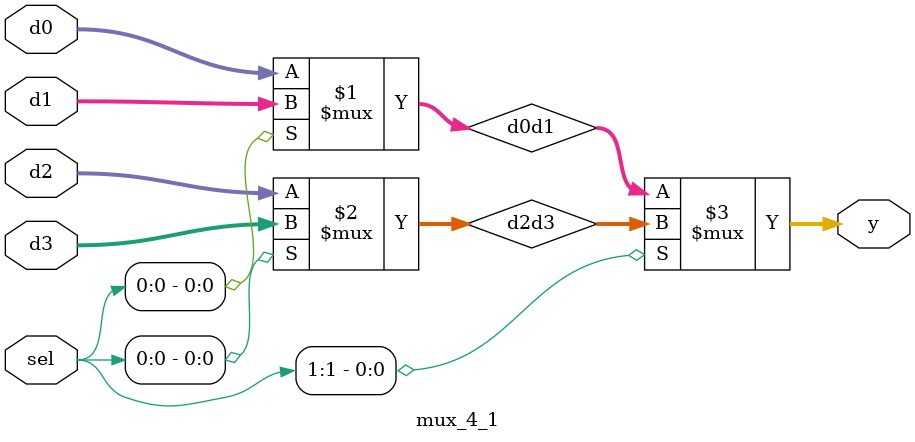
<source format=sv>

module mux_2_1
(
  input  [3:0] d0, d1,
  input        sel,
  output [3:0] y
);

  assign y = sel ? d1 : d0;

endmodule

//----------------------------------------------------------------------------
// Task
//----------------------------------------------------------------------------

module mux_4_1
(
  input  [3:0] d0, d1, d2, d3,
  input  [1:0] sel,
  output [3:0] y
);
  // Task:
  // Using code for mux_2_1 as an example,
  // write code for 4:1 mux using "?:" operator
  wire [3:0] d0d1, d2d3;
  assign d0d1 = sel[0] ? d1 : d0;
  assign d2d3 = sel[0] ? d3 : d2;
  assign y = sel[1] ? d2d3 : d0d1;
  // assign y = sel[1] ? (sel[0] ? d3 : d2) : (sel[0] ? d1 : d0);

endmodule

</source>
